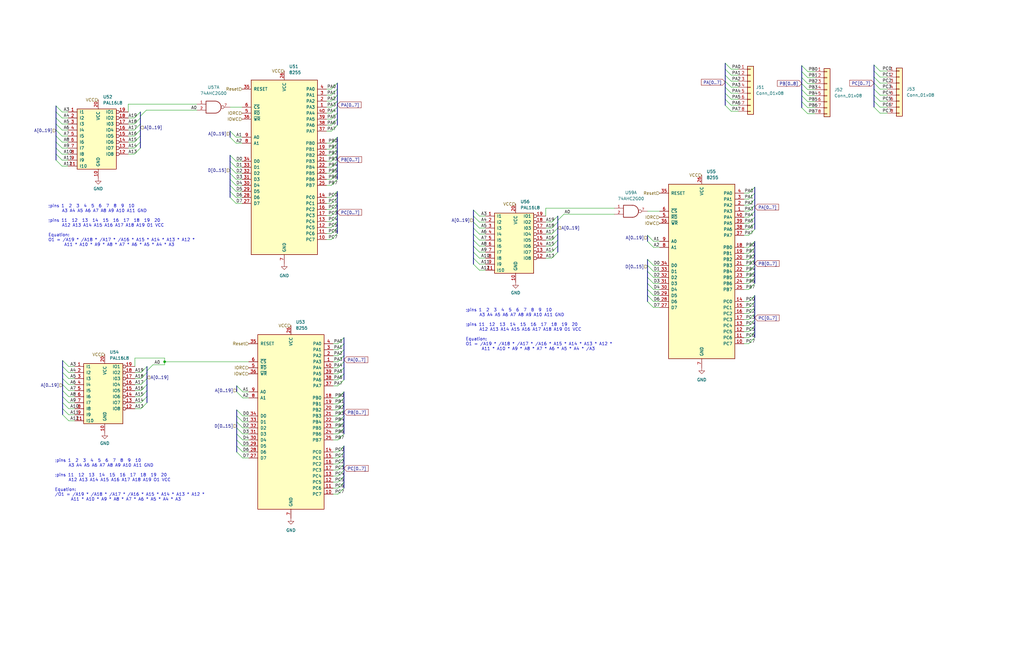
<source format=kicad_sch>
(kicad_sch (version 20211123) (generator eeschema)
  (paper "USLedger")
  (lib_symbols
    (symbol "74xGxx:74AHC2G00" (pin_names (offset 1.016))
      (property "Reference" "U" (at -2.54 3.81 0))
      (property "Value" "74AHC2G00" (at 0 -3.81 0))
      (symbol "74AHC2G00_0_1"
        (arc (start 0 -2.54) (mid 2.54 0) (end 0 2.54) (stroke (width 0.254)))
        (polyline (pts (xy 0 -2.54) (xy -3.81 -2.54) (xy -3.81 2.54) (xy 0 2.54)) (stroke (width 0.254)))
        (pin power_in line (at 0 -2.54 270) (length 0) hide (name "GND") (number "4"))
        (pin power_in line (at 0 2.54 90) (length 0) hide (name "VCC") (number "8"))
      )
      (symbol "74AHC2G00_1_1"
        (pin input line (at -7.62 1.27 0) (length 3.81) (name "~") (number "1"))
        (pin input line (at -7.62 -1.27 0) (length 3.81) (name "~") (number "2"))
        (pin output inverted (at 6.35 0 180) (length 3.81) (name "~") (number "7"))
      )
      (symbol "74AHC2G00_2_1"
        (pin output inverted (at 6.35 0 180) (length 3.81) (name "~") (number "3"))
        (pin input line (at -7.62 1.27 0) (length 3.81) (name "~") (number "5"))
        (pin input line (at -7.62 -1.27 0) (length 3.81) (name "~") (number "6"))
      )
    )
    (symbol "Connector_Generic:Conn_01x08" (pin_names (offset 1.016) hide)
      (property "Reference" "J" (at 0 10.16 0))
      (property "Value" "Conn_01x08" (at 0 -12.7 0))
      (symbol "Conn_01x08_1_1"
        (rectangle (start -1.27 -10.033) (end 0 -10.287) (stroke (width 0.1524)))
        (rectangle (start -1.27 -7.493) (end 0 -7.747) (stroke (width 0.1524)))
        (rectangle (start -1.27 -4.953) (end 0 -5.207) (stroke (width 0.1524)))
        (rectangle (start -1.27 -2.413) (end 0 -2.667) (stroke (width 0.1524)))
        (rectangle (start -1.27 0.127) (end 0 -0.127) (stroke (width 0.1524)))
        (rectangle (start -1.27 2.667) (end 0 2.413) (stroke (width 0.1524)))
        (rectangle (start -1.27 5.207) (end 0 4.953) (stroke (width 0.1524)))
        (rectangle (start -1.27 7.747) (end 0 7.493) (stroke (width 0.1524)))
        (rectangle (start -1.27 8.89) (end 1.27 -11.43) (stroke (width 0.254)) (fill (type background)))
        (pin passive line (at -5.08 7.62 0) (length 3.81) (name "Pin_1") (number "1"))
        (pin passive line (at -5.08 5.08 0) (length 3.81) (name "Pin_2") (number "2"))
        (pin passive line (at -5.08 2.54 0) (length 3.81) (name "Pin_3") (number "3"))
        (pin passive line (at -5.08 0 0) (length 3.81) (name "Pin_4") (number "4"))
        (pin passive line (at -5.08 -2.54 0) (length 3.81) (name "Pin_5") (number "5"))
        (pin passive line (at -5.08 -5.08 0) (length 3.81) (name "Pin_6") (number "6"))
        (pin passive line (at -5.08 -7.62 0) (length 3.81) (name "Pin_7") (number "7"))
        (pin passive line (at -5.08 -10.16 0) (length 3.81) (name "Pin_8") (number "8"))
      )
    )
    (symbol "Interface:8255" (pin_names (offset 1.016))
      (property "Reference" "U" (at -13.97 38.1 0))
      (property "Value" "8255" (at 8.89 38.1 0))
      (symbol "8255_1_1"
        (rectangle (start -13.97 -36.83) (end 13.97 36.83) (stroke (width 0.254)) (fill (type background)))
        (pin bidirectional line (at 17.78 25.4 180) (length 3.81) (name "PA3") (number "1"))
        (pin bidirectional line (at 17.78 -30.48 180) (length 3.81) (name "PC7") (number "10"))
        (pin bidirectional line (at 17.78 -27.94 180) (length 3.81) (name "PC6") (number "11"))
        (pin bidirectional line (at 17.78 -25.4 180) (length 3.81) (name "PC5") (number "12"))
        (pin bidirectional line (at 17.78 -22.86 180) (length 3.81) (name "PC4") (number "13"))
        (pin bidirectional line (at 17.78 -12.7 180) (length 3.81) (name "PC0") (number "14"))
        (pin bidirectional line (at 17.78 -15.24 180) (length 3.81) (name "PC1") (number "15"))
        (pin bidirectional line (at 17.78 -17.78 180) (length 3.81) (name "PC2") (number "16"))
        (pin bidirectional line (at 17.78 -20.32 180) (length 3.81) (name "PC3") (number "17"))
        (pin bidirectional line (at 17.78 10.16 180) (length 3.81) (name "PB0") (number "18"))
        (pin bidirectional line (at 17.78 7.62 180) (length 3.81) (name "PB1") (number "19"))
        (pin bidirectional line (at 17.78 27.94 180) (length 3.81) (name "PA2") (number "2"))
        (pin bidirectional line (at 17.78 5.08 180) (length 3.81) (name "PB2") (number "20"))
        (pin bidirectional line (at 17.78 2.54 180) (length 3.81) (name "PB3") (number "21"))
        (pin bidirectional line (at 17.78 0 180) (length 3.81) (name "PB4") (number "22"))
        (pin bidirectional line (at 17.78 -2.54 180) (length 3.81) (name "PB5") (number "23"))
        (pin bidirectional line (at 17.78 -5.08 180) (length 3.81) (name "PB6") (number "24"))
        (pin bidirectional line (at 17.78 -7.62 180) (length 3.81) (name "PB7") (number "25"))
        (pin power_in line (at 0 40.64 270) (length 3.81) (name "VCC") (number "26"))
        (pin bidirectional line (at -17.78 -15.24 0) (length 3.81) (name "D7") (number "27"))
        (pin bidirectional line (at -17.78 -12.7 0) (length 3.81) (name "D6") (number "28"))
        (pin bidirectional line (at -17.78 -10.16 0) (length 3.81) (name "D5") (number "29"))
        (pin bidirectional line (at 17.78 30.48 180) (length 3.81) (name "PA1") (number "3"))
        (pin bidirectional line (at -17.78 -7.62 0) (length 3.81) (name "D4") (number "30"))
        (pin bidirectional line (at -17.78 -5.08 0) (length 3.81) (name "D3") (number "31"))
        (pin bidirectional line (at -17.78 -2.54 0) (length 3.81) (name "D2") (number "32"))
        (pin bidirectional line (at -17.78 0 0) (length 3.81) (name "D1") (number "33"))
        (pin bidirectional line (at -17.78 2.54 0) (length 3.81) (name "D0") (number "34"))
        (pin input line (at -17.78 33.02 0) (length 3.81) (name "RESET") (number "35"))
        (pin input line (at -17.78 20.32 0) (length 3.81) (name "~{WR}") (number "36"))
        (pin bidirectional line (at 17.78 15.24 180) (length 3.81) (name "PA7") (number "37"))
        (pin bidirectional line (at 17.78 17.78 180) (length 3.81) (name "PA6") (number "38"))
        (pin bidirectional line (at 17.78 20.32 180) (length 3.81) (name "PA5") (number "39"))
        (pin bidirectional line (at 17.78 33.02 180) (length 3.81) (name "PA0") (number "4"))
        (pin bidirectional line (at 17.78 22.86 180) (length 3.81) (name "PA4") (number "40"))
        (pin input line (at -17.78 22.86 0) (length 3.81) (name "~{RD}") (number "5"))
        (pin input line (at -17.78 25.4 0) (length 3.81) (name "~{CS}") (number "6"))
        (pin power_in line (at 0 -40.64 90) (length 3.81) (name "GND") (number "7"))
        (pin input line (at -17.78 10.16 0) (length 3.81) (name "A1") (number "8"))
        (pin input line (at -17.78 12.7 0) (length 3.81) (name "A0") (number "9"))
      )
    )
    (symbol "Logic_Programmable:PAL16L8" (pin_names (offset 1.016))
      (property "Reference" "U" (at -8.89 16.51 0))
      (property "Value" "PAL16L8" (at 1.27 16.51 0))
      (symbol "PAL16L8_0_0"
        (pin power_in line (at 0 -15.24 90) (length 3.81) (name "GND") (number "10"))
        (pin power_in line (at 0 17.78 270) (length 3.81) (name "VCC") (number "20"))
      )
      (symbol "PAL16L8_0_1"
        (rectangle (start -8.89 13.97) (end 7.62 -11.43) (stroke (width 0.254)) (fill (type background)))
      )
      (symbol "PAL16L8_1_1"
        (pin input line (at -12.7 12.7 0) (length 3.81) (name "I1") (number "1"))
        (pin input line (at -12.7 -10.16 0) (length 3.81) (name "I10") (number "11"))
        (pin tri_state inverted (at 12.7 -5.08 180) (length 5.08) (name "IO8") (number "12"))
        (pin tri_state inverted (at 12.7 -2.54 180) (length 5.08) (name "IO7") (number "13"))
        (pin tri_state inverted (at 12.7 0 180) (length 5.08) (name "IO6") (number "14"))
        (pin tri_state inverted (at 12.7 2.54 180) (length 5.08) (name "IO5") (number "15"))
        (pin tri_state inverted (at 12.7 5.08 180) (length 5.08) (name "IO4") (number "16"))
        (pin tri_state inverted (at 12.7 7.62 180) (length 5.08) (name "I03") (number "17"))
        (pin tri_state inverted (at 12.7 10.16 180) (length 5.08) (name "IO2") (number "18"))
        (pin tri_state inverted (at 12.7 12.7 180) (length 5.08) (name "IO1") (number "19"))
        (pin input line (at -12.7 10.16 0) (length 3.81) (name "I2") (number "2"))
        (pin input line (at -12.7 7.62 0) (length 3.81) (name "I3") (number "3"))
        (pin input line (at -12.7 5.08 0) (length 3.81) (name "I4") (number "4"))
        (pin input line (at -12.7 2.54 0) (length 3.81) (name "I5") (number "5"))
        (pin input line (at -12.7 0 0) (length 3.81) (name "I6") (number "6"))
        (pin input line (at -12.7 -2.54 0) (length 3.81) (name "I7") (number "7"))
        (pin input line (at -12.7 -5.08 0) (length 3.81) (name "I8") (number "8"))
        (pin input line (at -12.7 -7.62 0) (length 3.81) (name "I9") (number "9"))
      )
    )
    (symbol "power:GND" (power) (pin_names (offset 0))
      (property "Value" "GND" (at 0 -3.81 0))
      (symbol "GND_0_1"
        (polyline (pts (xy 0 0) (xy 0 -1.27) (xy 1.27 -1.27) (xy 0 -2.54) (xy -1.27 -1.27) (xy 0 -1.27)))
      )
      (symbol "GND_1_1"
        (pin power_in line (at 0 0 270) (length 0) hide (name "GND") (number "1"))
      )
    )
  )
  (junction (at 69.4116 152.654))
  (bus_entry (at 142.24 85.852) (size -2.54 2.54))
  (bus_entry (at 145.034 180.594) (size -2.54 2.54))
  (bus_entry (at 145.034 195.834) (size -2.54 2.54))
  (bus_entry (at 338.074 40.386) (size 2.54 2.54))
  (bus_entry (at 305.816 39.37) (size 2.54 2.54))
  (bus_entry (at 23.622 54.864) (size 2.54 2.54))
  (bus_entry (at 142.24 90.932) (size -2.54 2.54))
  (bus_entry (at 338.074 35.306) (size 2.54 2.54))
  (bus_entry (at 142.24 35.052) (size -2.54 2.54))
  (bus_entry (at 338.074 42.926) (size 2.54 2.54))
  (bus_entry (at 97.028 73.152) (size 2.54 2.54))
  (bus_entry (at 199.644 93.726) (size 2.54 2.54))
  (bus_entry (at 368.554 32.512) (size 2.54 2.54))
  (bus_entry (at 99.822 175.514) (size 2.54 2.54))
  (bus_entry (at 145.034 167.894) (size -2.54 2.54))
  (bus_entry (at 26.416 167.386) (size 2.54 2.54))
  (bus_entry (at 235.204 98.806) (size -2.54 2.54))
  (bus_entry (at 99.822 178.054) (size 2.54 2.54))
  (bus_entry (at 318.262 104.394) (size -2.54 2.54))
  (bus_entry (at 368.554 35.052) (size 2.54 2.54))
  (bus_entry (at 61.976 162.306) (size -2.54 2.54))
  (bus_entry (at 305.816 29.21) (size 2.54 2.54))
  (bus_entry (at 26.416 169.926) (size 2.54 2.54))
  (bus_entry (at 368.554 27.432) (size 2.54 2.54))
  (bus_entry (at 61.976 167.386) (size -2.54 2.54))
  (bus_entry (at 142.24 62.992) (size -2.54 2.54))
  (bus_entry (at 368.554 40.132) (size 2.54 2.54))
  (bus_entry (at 273.05 99.314) (size 2.54 2.54))
  (bus_entry (at 23.622 67.564) (size 2.54 2.54))
  (bus_entry (at 99.822 180.594) (size 2.54 2.54))
  (bus_entry (at 59.182 57.404) (size -2.54 2.54))
  (bus_entry (at 199.644 96.266) (size 2.54 2.54))
  (bus_entry (at 273.05 122.174) (size 2.54 2.54))
  (bus_entry (at 145.034 142.494) (size -2.54 2.54))
  (bus_entry (at 235.204 96.266) (size -2.54 2.54))
  (bus_entry (at 338.074 37.846) (size 2.54 2.54))
  (bus_entry (at 99.822 188.214) (size 2.54 2.54))
  (bus_entry (at 318.262 117.094) (size -2.54 2.54))
  (bus_entry (at 23.622 57.404) (size 2.54 2.54))
  (bus_entry (at 142.24 83.312) (size -2.54 2.54))
  (bus_entry (at 142.24 50.292) (size -2.54 2.54))
  (bus_entry (at 199.644 108.966) (size 2.54 2.54))
  (bus_entry (at 26.416 164.846) (size 2.54 2.54))
  (bus_entry (at 142.24 52.832) (size -2.54 2.54))
  (bus_entry (at 97.028 75.692) (size 2.54 2.54))
  (bus_entry (at 305.816 31.75) (size 2.54 2.54))
  (bus_entry (at 318.262 101.854) (size -2.54 2.54))
  (bus_entry (at 199.644 91.186) (size 2.54 2.54))
  (bus_entry (at 59.182 62.484) (size -2.54 2.54))
  (bus_entry (at 305.816 26.67) (size 2.54 2.54))
  (bus_entry (at 145.034 150.114) (size -2.54 2.54))
  (bus_entry (at 97.028 65.532) (size 2.54 2.54))
  (bus_entry (at 142.24 93.472) (size -2.54 2.54))
  (bus_entry (at 99.822 190.754) (size 2.54 2.54))
  (bus_entry (at 318.262 142.494) (size -2.54 2.54))
  (bus_entry (at 368.554 37.592) (size 2.54 2.54))
  (bus_entry (at 99.822 183.134) (size 2.54 2.54))
  (bus_entry (at 318.262 96.774) (size -2.54 2.54))
  (bus_entry (at 199.644 101.346) (size 2.54 2.54))
  (bus_entry (at 142.24 98.552) (size -2.54 2.54))
  (bus_entry (at 99.822 162.814) (size 2.54 2.54))
  (bus_entry (at 318.262 114.554) (size -2.54 2.54))
  (bus_entry (at 235.204 91.186) (size -2.54 2.54))
  (bus_entry (at 142.24 75.692) (size -2.54 2.54))
  (bus_entry (at 142.24 73.152) (size -2.54 2.54))
  (bus_entry (at 142.24 60.452) (size -2.54 2.54))
  (bus_entry (at 318.262 137.414) (size -2.54 2.54))
  (bus_entry (at 142.24 88.392) (size -2.54 2.54))
  (bus_entry (at 318.262 119.634) (size -2.54 2.54))
  (bus_entry (at 318.262 139.954) (size -2.54 2.54))
  (bus_entry (at 273.05 112.014) (size 2.54 2.54))
  (bus_entry (at 368.554 45.212) (size 2.54 2.54))
  (bus_entry (at 318.262 84.074) (size -2.54 2.54))
  (bus_entry (at 145.034 205.994) (size -2.54 2.54))
  (bus_entry (at 338.074 30.226) (size 2.54 2.54))
  (bus_entry (at 235.204 93.726) (size -2.54 2.54))
  (bus_entry (at 26.416 162.306) (size 2.54 2.54))
  (bus_entry (at 318.262 124.714) (size -2.54 2.54))
  (bus_entry (at 145.034 165.354) (size -2.54 2.54))
  (bus_entry (at 26.416 172.466) (size 2.54 2.54))
  (bus_entry (at 273.05 119.634) (size 2.54 2.54))
  (bus_entry (at 142.24 40.132) (size -2.54 2.54))
  (bus_entry (at 145.034 172.974) (size -2.54 2.54))
  (bus_entry (at 142.24 80.772) (size -2.54 2.54))
  (bus_entry (at 305.816 34.29) (size 2.54 2.54))
  (bus_entry (at 26.416 154.686) (size 2.54 2.54))
  (bus_entry (at 59.182 47.244) (size -2.54 2.54))
  (bus_entry (at 59.182 49.784) (size -2.54 2.54))
  (bus_entry (at 59.182 52.324) (size -2.54 2.54))
  (bus_entry (at 338.074 32.766) (size 2.54 2.54))
  (bus_entry (at 23.622 52.324) (size 2.54 2.54))
  (bus_entry (at 97.028 55.372) (size 2.54 2.54))
  (bus_entry (at 97.028 57.912) (size 2.54 2.54))
  (bus_entry (at 145.034 203.454) (size -2.54 2.54))
  (bus_entry (at 23.622 59.944) (size 2.54 2.54))
  (bus_entry (at 97.028 80.772) (size 2.54 2.54))
  (bus_entry (at 199.644 106.426) (size 2.54 2.54))
  (bus_entry (at 145.034 183.134) (size -2.54 2.54))
  (bus_entry (at 145.034 198.374) (size -2.54 2.54))
  (bus_entry (at 59.182 59.944) (size -2.54 2.54))
  (bus_entry (at 318.262 132.334) (size -2.54 2.54))
  (bus_entry (at 145.034 152.654) (size -2.54 2.54))
  (bus_entry (at 318.262 127.254) (size -2.54 2.54))
  (bus_entry (at 273.05 114.554) (size 2.54 2.54))
  (bus_entry (at 318.262 94.234) (size -2.54 2.54))
  (bus_entry (at 305.816 44.45) (size 2.54 2.54))
  (bus_entry (at 145.034 155.194) (size -2.54 2.54))
  (bus_entry (at 318.262 129.794) (size -2.54 2.54))
  (bus_entry (at 235.204 106.426) (size -2.54 2.54))
  (bus_entry (at 97.028 68.072) (size 2.54 2.54))
  (bus_entry (at 145.034 178.054) (size -2.54 2.54))
  (bus_entry (at 199.644 111.506) (size 2.54 2.54))
  (bus_entry (at 59.182 54.864) (size -2.54 2.54))
  (bus_entry (at 305.816 41.91) (size 2.54 2.54))
  (bus_entry (at 318.262 91.694) (size -2.54 2.54))
  (bus_entry (at 368.554 29.972) (size 2.54 2.54))
  (bus_entry (at 273.05 117.094) (size 2.54 2.54))
  (bus_entry (at 61.976 164.846) (size -2.54 2.54))
  (bus_entry (at 26.416 157.226) (size 2.54 2.54))
  (bus_entry (at 26.416 175.006) (size 2.54 2.54))
  (bus_entry (at 318.262 106.934) (size -2.54 2.54))
  (bus_entry (at 145.034 145.034) (size -2.54 2.54))
  (bus_entry (at 338.074 45.466) (size 2.54 2.54))
  (bus_entry (at 97.028 83.312) (size 2.54 2.54))
  (bus_entry (at 142.24 96.012) (size -2.54 2.54))
  (bus_entry (at 318.262 78.994) (size -2.54 2.54))
  (bus_entry (at 145.034 190.754) (size -2.54 2.54))
  (bus_entry (at 318.262 112.014) (size -2.54 2.54))
  (bus_entry (at 368.554 42.672) (size 2.54 2.54))
  (bus_entry (at 199.644 98.806) (size 2.54 2.54))
  (bus_entry (at 318.262 109.474) (size -2.54 2.54))
  (bus_entry (at 318.262 81.534) (size -2.54 2.54))
  (bus_entry (at 61.976 154.686) (size -2.54 2.54))
  (bus_entry (at 97.028 78.232) (size 2.54 2.54))
  (bus_entry (at 235.204 101.346) (size -2.54 2.54))
  (bus_entry (at 23.622 65.024) (size 2.54 2.54))
  (bus_entry (at 273.05 124.714) (size 2.54 2.54))
  (bus_entry (at 142.24 47.752) (size -2.54 2.54))
  (bus_entry (at 273.05 127.254) (size 2.54 2.54))
  (bus_entry (at 23.622 49.784) (size 2.54 2.54))
  (bus_entry (at 26.416 152.146) (size 2.54 2.54))
  (bus_entry (at 99.822 165.354) (size 2.54 2.54))
  (bus_entry (at 142.24 45.212) (size -2.54 2.54))
  (bus_entry (at 142.24 68.072) (size -2.54 2.54))
  (bus_entry (at 305.816 36.83) (size 2.54 2.54))
  (bus_entry (at 142.24 70.612) (size -2.54 2.54))
  (bus_entry (at 145.034 157.734) (size -2.54 2.54))
  (bus_entry (at 26.416 159.766) (size 2.54 2.54))
  (bus_entry (at 199.644 103.886) (size 2.54 2.54))
  (bus_entry (at 273.05 101.854) (size 2.54 2.54))
  (bus_entry (at 145.034 147.574) (size -2.54 2.54))
  (bus_entry (at 61.976 157.226) (size -2.54 2.54))
  (bus_entry (at 142.24 37.592) (size -2.54 2.54))
  (bus_entry (at 318.262 134.874) (size -2.54 2.54))
  (bus_entry (at 235.204 103.886) (size -2.54 2.54))
  (bus_entry (at 142.24 57.912) (size -2.54 2.54))
  (bus_entry (at 99.822 172.974) (size 2.54 2.54))
  (bus_entry (at 142.24 65.532) (size -2.54 2.54))
  (bus_entry (at 145.034 193.294) (size -2.54 2.54))
  (bus_entry (at 23.622 62.484) (size 2.54 2.54))
  (bus_entry (at 23.622 44.704) (size 2.54 2.54))
  (bus_entry (at 145.034 160.274) (size -2.54 2.54))
  (bus_entry (at 23.622 47.244) (size 2.54 2.54))
  (bus_entry (at 338.074 27.686) (size 2.54 2.54))
  (bus_entry (at 99.822 185.674) (size 2.54 2.54))
  (bus_entry (at 145.034 188.214) (size -2.54 2.54))
  (bus_entry (at 97.028 70.612) (size 2.54 2.54))
  (bus_entry (at 273.05 109.474) (size 2.54 2.54))
  (bus_entry (at 235.204 92.964) (size 2.54 -2.54))
  (bus_entry (at 61.976 159.766) (size -2.54 2.54))
  (bus_entry (at 145.034 200.914) (size -2.54 2.54))
  (bus_entry (at 61.976 156.464) (size 2.54 -2.54))
  (bus_entry (at 199.644 88.646) (size 2.54 2.54))
  (bus_entry (at 61.976 169.926) (size -2.54 2.54))
  (bus_entry (at 145.034 170.434) (size -2.54 2.54))
  (bus_entry (at 318.262 86.614) (size -2.54 2.54))
  (bus_entry (at 318.262 89.154) (size -2.54 2.54))
  (bus_entry (at 142.24 42.672) (size -2.54 2.54))
  (bus_entry (at 59.182 49.022) (size 2.54 -2.54))
  (bus_entry (at 145.034 175.514) (size -2.54 2.54))
  (wire (pts (xy 137.668 68.072) (xy 139.7 68.072)))
  (bus (pts (xy 368.554 40.132) (xy 368.554 42.672)))
  (wire (pts (xy 340.614 48.006) (xy 343.662 48.006)))
  (bus (pts (xy 318.262 112.014) (xy 318.262 114.554)))
  (bus (pts (xy 145.034 200.914) (xy 145.034 203.454)))
  (wire (pts (xy 137.668 50.292) (xy 139.7 50.292)))
  (wire (pts (xy 137.668 42.672) (xy 139.7 42.672)))
  (wire (pts (xy 140.462 145.034) (xy 142.494 145.034)))
  (wire (pts (xy 54.102 54.864) (xy 56.642 54.864)))
  (bus (pts (xy 145.034 193.294) (xy 145.034 195.834)))
  (wire (pts (xy 340.614 42.926) (xy 343.662 42.926)))
  (wire (pts (xy 137.668 62.992) (xy 139.7 62.992)))
  (bus (pts (xy 142.24 70.612) (xy 142.24 73.152)))
  (bus (pts (xy 273.05 122.174) (xy 273.05 124.714)))
  (bus (pts (xy 273.05 119.634) (xy 273.05 122.174)))
  (wire (pts (xy 230.124 98.806) (xy 232.664 98.806)))
  (wire (pts (xy 313.69 114.554) (xy 315.722 114.554)))
  (wire (pts (xy 102.362 178.054) (xy 104.902 178.054)))
  (bus (pts (xy 142.24 40.132) (xy 142.24 42.672)))
  (bus (pts (xy 338.074 27.686) (xy 338.074 30.226)))
  (wire (pts (xy 102.362 165.354) (xy 104.902 165.354)))
  (bus (pts (xy 235.204 98.806) (xy 235.204 101.346)))
  (bus (pts (xy 142.24 73.152) (xy 142.24 75.692)))
  (wire (pts (xy 64.516 153.924) (xy 69.4116 153.924)))
  (wire (pts (xy 275.59 112.014) (xy 278.13 112.014)))
  (bus (pts (xy 318.262 124.714) (xy 318.262 127.254)))
  (wire (pts (xy 275.59 129.794) (xy 278.13 129.794)))
  (wire (pts (xy 140.462 190.754) (xy 142.494 190.754)))
  (wire (pts (xy 140.462 178.054) (xy 142.494 178.054)))
  (bus (pts (xy 318.262 132.334) (xy 318.262 134.874)))
  (wire (pts (xy 137.668 45.212) (xy 139.7 45.212)))
  (bus (pts (xy 318.262 139.954) (xy 318.262 142.494)))
  (wire (pts (xy 371.094 40.132) (xy 374.142 40.132)))
  (wire (pts (xy 54.102 62.484) (xy 56.642 62.484)))
  (bus (pts (xy 61.976 154.686) (xy 61.976 156.464)))
  (wire (pts (xy 202.184 91.186) (xy 204.724 91.186)))
  (bus (pts (xy 23.622 49.784) (xy 23.622 52.324)))
  (wire (pts (xy 137.668 75.692) (xy 139.7 75.692)))
  (bus (pts (xy 145.034 195.834) (xy 145.034 198.374)))
  (wire (pts (xy 28.956 164.846) (xy 31.496 164.846)))
  (bus (pts (xy 318.262 137.414) (xy 318.262 139.954)))
  (bus (pts (xy 142.24 62.992) (xy 142.24 65.532)))
  (bus (pts (xy 368.554 32.512) (xy 368.554 35.052)))
  (wire (pts (xy 340.614 37.846) (xy 343.662 37.846)))
  (bus (pts (xy 145.034 150.114) (xy 145.034 152.654)))
  (bus (pts (xy 23.622 59.944) (xy 23.622 62.484)))
  (bus (pts (xy 142.24 93.472) (xy 142.24 96.012)))
  (bus (pts (xy 97.028 70.612) (xy 97.028 73.152)))
  (wire (pts (xy 102.362 190.754) (xy 104.902 190.754)))
  (wire (pts (xy 140.462 180.594) (xy 142.494 180.594)))
  (bus (pts (xy 142.24 37.592) (xy 142.24 40.132)))
  (wire (pts (xy 137.668 70.612) (xy 139.7 70.612)))
  (wire (pts (xy 99.568 68.072) (xy 102.108 68.072)))
  (wire (pts (xy 230.124 103.886) (xy 232.664 103.886)))
  (bus (pts (xy 23.622 52.324) (xy 23.622 54.864)))
  (wire (pts (xy 140.462 157.734) (xy 142.494 157.734)))
  (wire (pts (xy 56.896 162.306) (xy 59.436 162.306)))
  (wire (pts (xy 102.362 167.894) (xy 104.902 167.894)))
  (wire (pts (xy 56.896 169.926) (xy 59.436 169.926)))
  (wire (pts (xy 99.568 70.612) (xy 102.108 70.612)))
  (bus (pts (xy 318.262 106.934) (xy 318.262 109.474)))
  (wire (pts (xy 340.614 40.386) (xy 343.662 40.386)))
  (wire (pts (xy 99.568 57.912) (xy 102.108 57.912)))
  (wire (pts (xy 28.956 154.686) (xy 31.496 154.686)))
  (wire (pts (xy 275.59 127.254) (xy 278.13 127.254)))
  (wire (pts (xy 230.124 106.426) (xy 232.664 106.426)))
  (wire (pts (xy 308.356 36.83) (xy 311.404 36.83)))
  (bus (pts (xy 338.074 35.306) (xy 338.074 37.846)))
  (bus (pts (xy 338.074 42.926) (xy 338.074 45.466)))
  (wire (pts (xy 137.668 60.452) (xy 139.7 60.452)))
  (wire (pts (xy 26.162 67.564) (xy 28.702 67.564)))
  (bus (pts (xy 145.034 142.494) (xy 145.034 145.034)))
  (wire (pts (xy 97.028 45.212) (xy 102.108 45.212)))
  (wire (pts (xy 230.124 93.726) (xy 232.664 93.726)))
  (wire (pts (xy 28.956 175.006) (xy 31.496 175.006)))
  (bus (pts (xy 305.816 39.37) (xy 305.816 41.91)))
  (wire (pts (xy 313.69 127.254) (xy 315.722 127.254)))
  (wire (pts (xy 275.59 101.854) (xy 278.13 101.854)))
  (bus (pts (xy 318.262 109.474) (xy 318.262 112.014)))
  (wire (pts (xy 371.094 42.672) (xy 374.142 42.672)))
  (wire (pts (xy 26.162 49.784) (xy 28.702 49.784)))
  (wire (pts (xy 313.69 112.014) (xy 315.722 112.014)))
  (wire (pts (xy 371.094 47.752) (xy 374.142 47.752)))
  (bus (pts (xy 199.644 91.186) (xy 199.644 93.726)))
  (bus (pts (xy 99.822 185.674) (xy 99.822 188.214)))
  (bus (pts (xy 199.644 88.646) (xy 199.644 91.186)))
  (bus (pts (xy 145.034 203.454) (xy 145.034 205.994)))
  (bus (pts (xy 273.05 124.714) (xy 273.05 127.254)))
  (wire (pts (xy 340.614 32.766) (xy 343.662 32.766)))
  (bus (pts (xy 142.24 85.852) (xy 142.24 88.392)))
  (wire (pts (xy 313.69 139.954) (xy 315.722 139.954)))
  (wire (pts (xy 308.356 41.91) (xy 311.404 41.91)))
  (wire (pts (xy 275.59 124.714) (xy 278.13 124.714)))
  (bus (pts (xy 318.262 127.254) (xy 318.262 129.794)))
  (wire (pts (xy 28.956 167.386) (xy 31.496 167.386)))
  (wire (pts (xy 140.462 152.654) (xy 142.494 152.654)))
  (wire (pts (xy 371.094 29.972) (xy 374.142 29.972)))
  (bus (pts (xy 142.24 90.932) (xy 142.24 93.472)))
  (bus (pts (xy 368.554 27.432) (xy 368.554 29.972)))
  (wire (pts (xy 69.4116 151.13) (xy 69.4116 152.654)))
  (wire (pts (xy 140.462 167.894) (xy 142.494 167.894)))
  (bus (pts (xy 368.554 37.592) (xy 368.554 40.132)))
  (wire (pts (xy 26.162 59.944) (xy 28.702 59.944)))
  (wire (pts (xy 69.4116 153.924) (xy 69.4116 152.654)))
  (bus (pts (xy 142.24 88.392) (xy 142.24 90.932)))
  (bus (pts (xy 145.034 178.054) (xy 145.034 180.594)))
  (bus (pts (xy 59.182 49.022) (xy 59.182 49.784)))
  (wire (pts (xy 202.184 114.046) (xy 204.724 114.046)))
  (bus (pts (xy 142.24 50.292) (xy 142.24 52.832)))
  (wire (pts (xy 54.102 65.024) (xy 56.642 65.024)))
  (wire (pts (xy 56.896 167.386) (xy 59.436 167.386)))
  (wire (pts (xy 137.668 52.832) (xy 139.7 52.832)))
  (bus (pts (xy 99.822 188.214) (xy 99.822 190.754)))
  (wire (pts (xy 56.896 164.846) (xy 59.436 164.846)))
  (wire (pts (xy 56.896 172.466) (xy 59.436 172.466)))
  (bus (pts (xy 145.034 170.434) (xy 145.034 172.974)))
  (wire (pts (xy 56.896 157.226) (xy 59.436 157.226)))
  (bus (pts (xy 99.822 162.814) (xy 99.822 165.354)))
  (bus (pts (xy 199.644 106.426) (xy 199.644 108.966)))
  (bus (pts (xy 338.074 37.846) (xy 338.074 40.386)))
  (bus (pts (xy 273.05 109.474) (xy 273.05 112.014)))
  (wire (pts (xy 99.568 60.452) (xy 102.108 60.452)))
  (wire (pts (xy 137.668 73.152) (xy 139.7 73.152)))
  (wire (pts (xy 340.614 30.226) (xy 343.662 30.226)))
  (bus (pts (xy 59.182 54.864) (xy 59.182 57.404)))
  (bus (pts (xy 235.204 92.964) (xy 235.204 93.726)))
  (wire (pts (xy 140.462 147.574) (xy 142.494 147.574)))
  (wire (pts (xy 137.668 98.552) (xy 139.7 98.552)))
  (wire (pts (xy 202.184 111.506) (xy 204.724 111.506)))
  (wire (pts (xy 26.162 57.404) (xy 28.702 57.404)))
  (bus (pts (xy 59.182 52.324) (xy 59.182 54.864)))
  (bus (pts (xy 26.416 162.306) (xy 26.416 164.846)))
  (wire (pts (xy 140.462 195.834) (xy 142.494 195.834)))
  (wire (pts (xy 26.162 52.324) (xy 28.702 52.324)))
  (bus (pts (xy 99.822 178.054) (xy 99.822 180.594)))
  (bus (pts (xy 59.182 57.404) (xy 59.182 59.944)))
  (wire (pts (xy 313.69 96.774) (xy 315.722 96.774)))
  (bus (pts (xy 235.204 91.186) (xy 235.204 92.964)))
  (wire (pts (xy 230.124 96.266) (xy 232.664 96.266)))
  (bus (pts (xy 145.034 190.754) (xy 145.034 193.294)))
  (wire (pts (xy 275.59 104.394) (xy 278.13 104.394)))
  (bus (pts (xy 59.182 47.244) (xy 59.182 49.022)))
  (bus (pts (xy 97.028 65.532) (xy 97.028 68.072)))
  (bus (pts (xy 142.24 57.912) (xy 142.24 60.452)))
  (wire (pts (xy 137.668 83.312) (xy 139.7 83.312)))
  (bus (pts (xy 145.034 147.574) (xy 145.034 150.114)))
  (bus (pts (xy 145.034 188.214) (xy 145.034 190.754)))
  (wire (pts (xy 137.668 78.232) (xy 139.7 78.232)))
  (wire (pts (xy 102.362 180.594) (xy 104.902 180.594)))
  (wire (pts (xy 28.956 172.466) (xy 31.496 172.466)))
  (bus (pts (xy 273.05 114.554) (xy 273.05 117.094)))
  (bus (pts (xy 145.034 167.894) (xy 145.034 170.434)))
  (wire (pts (xy 137.668 37.592) (xy 139.7 37.592)))
  (wire (pts (xy 102.362 185.674) (xy 104.902 185.674)))
  (bus (pts (xy 199.644 98.806) (xy 199.644 101.346)))
  (wire (pts (xy 140.462 183.134) (xy 142.494 183.134)))
  (wire (pts (xy 275.59 114.554) (xy 278.13 114.554)))
  (wire (pts (xy 99.568 80.772) (xy 102.108 80.772)))
  (wire (pts (xy 371.094 35.052) (xy 374.142 35.052)))
  (bus (pts (xy 368.554 35.052) (xy 368.554 37.592)))
  (wire (pts (xy 99.568 83.312) (xy 102.108 83.312)))
  (bus (pts (xy 318.262 104.394) (xy 318.262 106.934)))
  (wire (pts (xy 26.162 54.864) (xy 28.702 54.864)))
  (bus (pts (xy 235.204 93.726) (xy 235.204 96.266)))
  (bus (pts (xy 305.816 26.67) (xy 305.816 29.21)))
  (wire (pts (xy 140.462 200.914) (xy 142.494 200.914)))
  (wire (pts (xy 313.69 91.694) (xy 315.722 91.694)))
  (wire (pts (xy 102.362 193.294) (xy 104.902 193.294)))
  (wire (pts (xy 275.59 117.094) (xy 278.13 117.094)))
  (bus (pts (xy 142.24 35.052) (xy 142.24 37.592)))
  (bus (pts (xy 368.554 42.672) (xy 368.554 45.212)))
  (wire (pts (xy 313.69 99.314) (xy 315.722 99.314)))
  (wire (pts (xy 140.462 205.994) (xy 142.494 205.994)))
  (bus (pts (xy 99.822 172.974) (xy 99.822 175.514)))
  (bus (pts (xy 338.074 30.226) (xy 338.074 32.766)))
  (bus (pts (xy 59.182 49.784) (xy 59.182 52.324)))
  (bus (pts (xy 145.034 155.194) (xy 145.034 157.734)))
  (bus (pts (xy 305.816 34.29) (xy 305.816 36.83)))
  (wire (pts (xy 137.668 55.372) (xy 139.7 55.372)))
  (bus (pts (xy 145.034 145.034) (xy 145.034 147.574)))
  (wire (pts (xy 313.69 142.494) (xy 315.722 142.494)))
  (bus (pts (xy 61.976 156.464) (xy 61.976 157.226)))
  (bus (pts (xy 145.034 165.354) (xy 145.034 167.894)))
  (wire (pts (xy 140.462 150.114) (xy 142.494 150.114)))
  (bus (pts (xy 23.622 44.704) (xy 23.622 47.244)))
  (wire (pts (xy 26.162 62.484) (xy 28.702 62.484)))
  (bus (pts (xy 273.05 99.314) (xy 273.05 101.854)))
  (bus (pts (xy 99.822 183.134) (xy 99.822 185.674)))
  (bus (pts (xy 145.034 180.594) (xy 145.034 183.134)))
  (bus (pts (xy 23.622 54.864) (xy 23.622 57.404)))
  (wire (pts (xy 340.614 45.466) (xy 343.662 45.466)))
  (wire (pts (xy 99.568 85.852) (xy 102.108 85.852)))
  (wire (pts (xy 308.356 39.37) (xy 311.404 39.37)))
  (bus (pts (xy 145.034 198.374) (xy 145.034 200.914)))
  (bus (pts (xy 26.416 167.386) (xy 26.416 169.926)))
  (wire (pts (xy 313.69 81.534) (xy 315.722 81.534)))
  (wire (pts (xy 137.668 65.532) (xy 139.7 65.532)))
  (wire (pts (xy 54.102 57.404) (xy 56.642 57.404)))
  (wire (pts (xy 313.69 89.154) (xy 315.722 89.154)))
  (wire (pts (xy 202.184 106.426) (xy 204.724 106.426)))
  (wire (pts (xy 308.356 44.45) (xy 311.404 44.45)))
  (bus (pts (xy 97.028 80.772) (xy 97.028 83.312)))
  (bus (pts (xy 318.262 89.154) (xy 318.262 91.694)))
  (bus (pts (xy 142.24 80.772) (xy 142.24 83.312)))
  (wire (pts (xy 313.69 119.634) (xy 315.722 119.634)))
  (wire (pts (xy 308.356 31.75) (xy 311.404 31.75)))
  (wire (pts (xy 313.69 122.174) (xy 315.722 122.174)))
  (wire (pts (xy 137.668 93.472) (xy 139.7 93.472)))
  (wire (pts (xy 140.462 172.974) (xy 142.494 172.974)))
  (bus (pts (xy 97.028 78.232) (xy 97.028 80.772)))
  (wire (pts (xy 275.59 119.634) (xy 278.13 119.634)))
  (wire (pts (xy 313.69 132.334) (xy 315.722 132.334)))
  (bus (pts (xy 199.644 108.966) (xy 199.644 111.506)))
  (bus (pts (xy 145.034 152.654) (xy 145.034 155.194)))
  (wire (pts (xy 230.124 108.966) (xy 232.664 108.966)))
  (bus (pts (xy 26.416 172.466) (xy 26.416 175.006)))
  (wire (pts (xy 69.4116 152.654) (xy 104.902 152.654)))
  (wire (pts (xy 313.69 129.794) (xy 315.722 129.794)))
  (wire (pts (xy 54.102 52.324) (xy 56.642 52.324)))
  (wire (pts (xy 54.102 43.942) (xy 83.058 43.942)))
  (wire (pts (xy 313.69 94.234) (xy 315.722 94.234)))
  (wire (pts (xy 273.05 89.154) (xy 278.13 89.154)))
  (bus (pts (xy 97.028 75.692) (xy 97.028 78.232)))
  (wire (pts (xy 137.668 85.852) (xy 139.7 85.852)))
  (bus (pts (xy 142.24 65.532) (xy 142.24 68.072)))
  (wire (pts (xy 137.668 88.392) (xy 139.7 88.392)))
  (bus (pts (xy 305.816 41.91) (xy 305.816 44.45)))
  (bus (pts (xy 23.622 47.244) (xy 23.622 49.784)))
  (wire (pts (xy 56.896 154.686) (xy 56.896 151.13)))
  (bus (pts (xy 199.644 103.886) (xy 199.644 106.426)))
  (wire (pts (xy 140.462 203.454) (xy 142.494 203.454)))
  (wire (pts (xy 140.462 160.274) (xy 142.494 160.274)))
  (bus (pts (xy 61.976 157.226) (xy 61.976 159.766)))
  (wire (pts (xy 140.462 185.674) (xy 142.494 185.674)))
  (wire (pts (xy 137.668 90.932) (xy 139.7 90.932)))
  (wire (pts (xy 140.462 155.194) (xy 142.494 155.194)))
  (wire (pts (xy 54.102 49.784) (xy 56.642 49.784)))
  (wire (pts (xy 56.896 151.13) (xy 69.4116 151.13)))
  (wire (pts (xy 308.356 29.21) (xy 311.404 29.21)))
  (wire (pts (xy 28.956 157.226) (xy 31.496 157.226)))
  (wire (pts (xy 202.184 108.966) (xy 204.724 108.966)))
  (bus (pts (xy 318.262 86.614) (xy 318.262 89.154)))
  (wire (pts (xy 313.69 134.874) (xy 315.722 134.874)))
  (bus (pts (xy 318.262 91.694) (xy 318.262 94.234)))
  (bus (pts (xy 23.622 57.404) (xy 23.622 59.944)))
  (wire (pts (xy 313.69 109.474) (xy 315.722 109.474)))
  (bus (pts (xy 368.554 29.972) (xy 368.554 32.512)))
  (wire (pts (xy 140.462 193.294) (xy 142.494 193.294)))
  (wire (pts (xy 230.124 87.884) (xy 259.08 87.884)))
  (wire (pts (xy 313.69 84.074) (xy 315.722 84.074)))
  (wire (pts (xy 56.896 159.766) (xy 59.436 159.766)))
  (wire (pts (xy 140.462 170.434) (xy 142.494 170.434)))
  (wire (pts (xy 237.744 90.424) (xy 259.08 90.424)))
  (bus (pts (xy 23.622 65.024) (xy 23.622 67.564)))
  (bus (pts (xy 142.24 60.452) (xy 142.24 62.992)))
  (wire (pts (xy 230.124 101.346) (xy 232.664 101.346)))
  (bus (pts (xy 318.262 101.854) (xy 318.262 104.394)))
  (bus (pts (xy 318.262 81.534) (xy 318.262 84.074)))
  (bus (pts (xy 26.416 154.686) (xy 26.416 157.226)))
  (wire (pts (xy 340.614 35.306) (xy 343.662 35.306)))
  (bus (pts (xy 235.204 101.346) (xy 235.204 103.886)))
  (wire (pts (xy 137.668 47.752) (xy 139.7 47.752)))
  (bus (pts (xy 26.416 169.926) (xy 26.416 172.466)))
  (wire (pts (xy 313.69 86.614) (xy 315.722 86.614)))
  (wire (pts (xy 202.184 96.266) (xy 204.724 96.266)))
  (bus (pts (xy 305.816 36.83) (xy 305.816 39.37)))
  (bus (pts (xy 26.416 157.226) (xy 26.416 159.766)))
  (bus (pts (xy 145.034 157.734) (xy 145.034 160.274)))
  (wire (pts (xy 140.462 175.514) (xy 142.494 175.514)))
  (bus (pts (xy 99.822 180.594) (xy 99.822 183.134)))
  (wire (pts (xy 308.356 46.99) (xy 311.404 46.99)))
  (bus (pts (xy 99.822 175.514) (xy 99.822 178.054)))
  (wire (pts (xy 102.362 175.514) (xy 104.902 175.514)))
  (bus (pts (xy 97.028 73.152) (xy 97.028 75.692)))
  (bus (pts (xy 97.028 55.372) (xy 97.028 57.912)))
  (bus (pts (xy 61.976 167.386) (xy 61.976 169.926)))
  (bus (pts (xy 142.24 42.672) (xy 142.24 45.212)))
  (wire (pts (xy 313.69 137.414) (xy 315.722 137.414)))
  (wire (pts (xy 102.362 188.214) (xy 104.902 188.214)))
  (bus (pts (xy 142.24 47.752) (xy 142.24 50.292)))
  (wire (pts (xy 28.956 177.546) (xy 31.496 177.546)))
  (wire (pts (xy 308.356 34.29) (xy 311.404 34.29)))
  (bus (pts (xy 199.644 96.266) (xy 199.644 98.806)))
  (wire (pts (xy 26.162 65.024) (xy 28.702 65.024)))
  (wire (pts (xy 313.69 145.034) (xy 315.722 145.034)))
  (bus (pts (xy 26.416 152.146) (xy 26.416 154.686)))
  (wire (pts (xy 99.568 78.232) (xy 102.108 78.232)))
  (wire (pts (xy 99.568 73.152) (xy 102.108 73.152)))
  (bus (pts (xy 61.976 159.766) (xy 61.976 162.306)))
  (bus (pts (xy 61.976 164.846) (xy 61.976 167.386)))
  (wire (pts (xy 26.162 47.244) (xy 28.702 47.244)))
  (bus (pts (xy 26.416 159.766) (xy 26.416 162.306)))
  (wire (pts (xy 28.956 159.766) (xy 31.496 159.766)))
  (bus (pts (xy 318.262 94.234) (xy 318.262 96.774)))
  (bus (pts (xy 318.262 114.554) (xy 318.262 117.094)))
  (bus (pts (xy 305.816 29.21) (xy 305.816 31.75)))
  (bus (pts (xy 273.05 112.014) (xy 273.05 114.554)))
  (wire (pts (xy 371.094 45.212) (xy 374.142 45.212)))
  (wire (pts (xy 137.668 40.132) (xy 139.7 40.132)))
  (wire (pts (xy 28.956 169.926) (xy 31.496 169.926)))
  (wire (pts (xy 230.124 91.186) (xy 230.124 87.884)))
  (wire (pts (xy 202.184 101.346) (xy 204.724 101.346)))
  (bus (pts (xy 235.204 96.266) (xy 235.204 98.806)))
  (wire (pts (xy 26.162 70.104) (xy 28.702 70.104)))
  (bus (pts (xy 145.034 175.514) (xy 145.034 178.054)))
  (bus (pts (xy 338.074 32.766) (xy 338.074 35.306)))
  (bus (pts (xy 61.976 162.306) (xy 61.976 164.846)))
  (bus (pts (xy 318.262 129.794) (xy 318.262 132.334)))
  (wire (pts (xy 371.094 32.512) (xy 374.142 32.512)))
  (bus (pts (xy 318.262 134.874) (xy 318.262 137.414)))
  (bus (pts (xy 338.074 40.386) (xy 338.074 42.926)))
  (bus (pts (xy 142.24 45.212) (xy 142.24 47.752)))
  (bus (pts (xy 318.262 78.994) (xy 318.262 81.534)))
  (wire (pts (xy 140.462 208.534) (xy 142.494 208.534)))
  (bus (pts (xy 273.05 117.094) (xy 273.05 119.634)))
  (wire (pts (xy 202.184 103.886) (xy 204.724 103.886)))
  (wire (pts (xy 371.094 37.592) (xy 374.142 37.592)))
  (bus (pts (xy 199.644 93.726) (xy 199.644 96.266)))
  (wire (pts (xy 102.362 183.134) (xy 104.902 183.134)))
  (wire (pts (xy 313.69 117.094) (xy 315.722 117.094)))
  (bus (pts (xy 199.644 101.346) (xy 199.644 103.886)))
  (bus (pts (xy 235.204 103.886) (xy 235.204 106.426)))
  (wire (pts (xy 140.462 162.814) (xy 142.494 162.814)))
  (wire (pts (xy 99.568 75.692) (xy 102.108 75.692)))
  (wire (pts (xy 61.722 46.482) (xy 83.058 46.482)))
  (bus (pts (xy 318.262 84.074) (xy 318.262 86.614)))
  (bus (pts (xy 145.034 172.974) (xy 145.034 175.514)))
  (bus (pts (xy 318.262 117.094) (xy 318.262 119.634)))
  (bus (pts (xy 142.24 96.012) (xy 142.24 98.552)))
  (wire (pts (xy 202.184 98.806) (xy 204.724 98.806)))
  (wire (pts (xy 54.102 47.244) (xy 54.102 43.942)))
  (wire (pts (xy 202.184 93.726) (xy 204.724 93.726)))
  (bus (pts (xy 59.182 59.944) (xy 59.182 62.484)))
  (wire (pts (xy 137.668 101.092) (xy 139.7 101.092)))
  (wire (pts (xy 140.462 198.374) (xy 142.494 198.374)))
  (wire (pts (xy 313.69 106.934) (xy 315.722 106.934)))
  (bus (pts (xy 142.24 83.312) (xy 142.24 85.852)))
  (bus (pts (xy 26.416 164.846) (xy 26.416 167.386)))
  (wire (pts (xy 313.69 104.394) (xy 315.722 104.394)))
  (wire (pts (xy 54.102 59.944) (xy 56.642 59.944)))
  (bus (pts (xy 97.028 68.072) (xy 97.028 70.612)))
  (bus (pts (xy 305.816 31.75) (xy 305.816 34.29)))
  (bus (pts (xy 23.622 62.484) (xy 23.622 65.024)))
  (wire (pts (xy 137.668 96.012) (xy 139.7 96.012)))
  (bus (pts (xy 142.24 68.072) (xy 142.24 70.612)))
  (wire (pts (xy 28.956 162.306) (xy 31.496 162.306)))
  (wire (pts (xy 275.59 122.174) (xy 278.13 122.174)))
  (text ";pins 1  2  3  4  5  6  7  8  9  10\n	 A3 A4 A5 A6 A7 A8 A9 A10 A11 GND\n\n;pins 11  12  13  14  15  16  17  18  19  20\n	 A12 A13 A14 A15 A16 A17 A18 A19 O1 VCC \n\nEquation:\nO1 = /A19 * /A18 * /A17 * /A16 * A15 * A14 * A13 * A12 *\n	  A11 * A10 * A9 * A8 * A7 * A6 * A5 * A4 * A3" (at 20.32 104.14 0) (effects (font (size 1.27 1.27)) (justify left bottom)))
  (text ";pins 1  2  3  4  5  6  7  8  9  10\n	 A3 A4 A5 A6 A7 A8 A9 A10 A11 GND\n\n;pins 11  12  13  14  15  16  17  18  19  20\n	 A12 A13 A14 A15 A16 A17 A18 A19 O1 VCC \n\nEquation:\n/O1 = /A19 * /A18 * /A17 * /A16 * A15 * A14 * A13 * A12 *\n	  A11 * A10 * A9 * A8 * A7 * A6 * A5 * A4 * A3" (at 23.114 211.582 0) (effects (font (size 1.27 1.27)) (justify left bottom)))
  (text ";pins 1  2  3  4  5  6  7  8  9  10\n	 A3 A4 A5 A6 A7 A8 A9 A10 A11 GND\n\n;pins 11  12  13  14  15  16  17  18  19  20\n	 A12 A13 A14 A15 A16 A17 A18 A19 O1 VCC \n\nEquation:\nO1 = /A19 * /A18 * /A17 * /A16 * A15 * A14 * A13 * A12 *\n	  A11 * A10 * A9 * A8 * A7 * A6 * A5 * A4 * /A3" (at 196.342 148.082 0) (effects (font (size 1.27 1.27)) (justify left bottom)))
  (label "PB7" (at 314.452 122.174 0))
  (label "PA1" (at 308.61 31.75 0))
  (label "PC5" (at 372.047 42.672 0))
  (label "PC4" (at 314.452 137.414 0))
  (label "PB3" (at 314.452 112.014 0))
  (label "D4" (at 102.362 185.674 0))
  (label "PB0" (at 138.43 60.452 0))
  (label "PC2" (at 372.047 35.052 0))
  (label "A18" (at 56.896 159.766 0))
  (label "A8" (at 29.591 167.386 0))
  (label "A11" (at 26.797 67.564 0))
  (label "A17" (at 56.896 162.306 0))
  (label "PA7" (at 137.922 55.372 0))
  (label "D5" (at 275.59 124.714 0))
  (label "PB1" (at 138.43 62.992 0))
  (label "PC2" (at 138.43 88.392 0))
  (label "PA3" (at 313.944 89.154 0))
  (label "PC6" (at 138.43 98.552 0))
  (label "A6" (at 202.819 98.806 0))
  (label "D0" (at 102.362 175.514 0))
  (label "A14" (at 54.102 62.484 0))
  (label "PC6" (at 372.047 45.212 0))
  (label "PC3" (at 372.047 37.592 0))
  (label "PC3" (at 138.43 90.932 0))
  (label "PB4" (at 314.452 114.554 0))
  (label "PB4" (at 340.9095 40.386 0))
  (label "PC1" (at 138.43 85.852 0))
  (label "D6" (at 99.568 83.312 0))
  (label "D3" (at 102.362 183.134 0))
  (label "D3" (at 99.568 75.692 0))
  (label "PA3" (at 140.716 152.654 0))
  (label "PC4" (at 141.224 200.914 0))
  (label "A3" (at 26.797 47.244 0))
  (label "A10" (at 26.797 65.024 0))
  (label "PC7" (at 138.43 101.092 0))
  (label "A17" (at 54.102 54.864 0))
  (label "PA2" (at 137.922 42.672 0))
  (label "PA0" (at 137.922 37.592 0))
  (label "PA4" (at 308.61 39.37 0))
  (label "A4" (at 29.591 157.226 0))
  (label "PC6" (at 314.452 142.494 0))
  (label "PB0" (at 141.224 167.894 0))
  (label "A7" (at 202.819 101.346 0))
  (label "A8" (at 26.797 59.944 0))
  (label "PA7" (at 313.944 99.314 0))
  (label "A16" (at 54.102 57.404 0))
  (label "PC0" (at 372.047 29.972 0))
  (label "PB3" (at 138.43 68.072 0))
  (label "PA5" (at 313.944 94.234 0))
  (label "PB6" (at 340.9095 45.466 0))
  (label "D6" (at 275.59 127.254 0))
  (label "A12" (at 26.797 70.104 0))
  (label "PA6" (at 313.944 96.774 0))
  (label "A7" (at 26.797 57.404 0))
  (label "PC5" (at 138.43 96.012 0))
  (label "A13" (at 56.896 172.466 0))
  (label "PA3" (at 308.61 36.83 0))
  (label "D6" (at 102.362 190.754 0))
  (label "PB5" (at 141.224 180.594 0))
  (label "A11" (at 202.819 111.506 0))
  (label "PA3" (at 137.922 45.212 0))
  (label "PC1" (at 141.224 193.294 0))
  (label "PB0" (at 340.9095 30.226 0))
  (label "A8" (at 202.819 103.886 0))
  (label "A13" (at 54.102 65.024 0))
  (label "PB7" (at 138.43 78.232 0))
  (label "PC7" (at 314.452 145.034 0))
  (label "D5" (at 102.362 188.214 0))
  (label "A1" (at 99.568 57.912 0))
  (label "PB2" (at 340.9095 35.306 0))
  (label "A15" (at 54.102 59.944 0))
  (label "PA4" (at 140.716 155.194 0))
  (label "D7" (at 275.59 129.794 0))
  (label "PC6" (at 141.224 205.994 0))
  (label "A2" (at 99.568 60.452 0))
  (label "A2" (at 102.362 167.894 0))
  (label "PB4" (at 138.43 70.612 0))
  (label "PB1" (at 340.9095 32.766 0))
  (label "PC0" (at 138.43 83.312 0))
  (label "D0" (at 275.59 112.014 0))
  (label "PB7" (at 141.224 185.674 0))
  (label "PA5" (at 137.922 50.292 0))
  (label "D7" (at 99.568 85.852 0))
  (label "A18" (at 54.102 52.324 0))
  (label "A4" (at 202.819 93.726 0))
  (label "D1" (at 102.362 178.054 0))
  (label "A19" (at 54.102 49.784 0))
  (label "A13" (at 230.124 108.966 0))
  (label "D2" (at 99.568 73.152 0))
  (label "PB4" (at 141.224 178.054 0))
  (label "A6" (at 29.591 162.306 0))
  (label "PC5" (at 141.224 203.454 0))
  (label "PA6" (at 137.922 52.832 0))
  (label "PC0" (at 314.452 127.254 0))
  (label "PB3" (at 340.9095 37.846 0))
  (label "A16" (at 56.896 164.846 0))
  (label "PB2" (at 138.43 65.532 0))
  (label "PA1" (at 140.716 147.574 0))
  (label "PB5" (at 340.9095 42.926 0))
  (label "D4" (at 275.59 122.174 0))
  (label "A18" (at 230.124 96.266 0))
  (label "A19" (at 230.124 93.726 0))
  (label "PC4" (at 138.43 93.472 0))
  (label "A12" (at 29.591 177.546 0))
  (label "D7" (at 102.362 193.294 0))
  (label "PA4" (at 313.944 91.694 0))
  (label "A3" (at 202.819 91.186 0))
  (label "PC3" (at 141.224 198.374 0))
  (label "PB5" (at 138.43 73.152 0))
  (label "A9" (at 26.797 62.484 0))
  (label "PB0" (at 314.452 104.394 0))
  (label "PA0" (at 313.944 81.534 0))
  (label "PC7" (at 372.047 47.752 0))
  (label "PB5" (at 314.452 117.094 0))
  (label "PC2" (at 314.452 132.334 0))
  (label "PC5" (at 314.452 139.954 0))
  (label "A16" (at 230.124 101.346 0))
  (label "PB1" (at 314.452 106.934 0))
  (label "PA1" (at 137.922 40.132 0))
  (label "A14" (at 56.896 169.926 0))
  (label "PA2" (at 140.716 150.114 0))
  (label "D2" (at 102.362 180.594 0))
  (label "A1" (at 275.59 101.854 0))
  (label "D2" (at 275.59 117.094 0))
  (label "PB2" (at 314.452 109.474 0))
  (label "A10" (at 29.591 172.466 0))
  (label "PB2" (at 141.224 172.974 0))
  (label "PC0" (at 141.224 190.754 0))
  (label "PA6" (at 140.716 160.274 0))
  (label "A9" (at 202.819 106.426 0))
  (label "PA7" (at 140.716 162.814 0))
  (label "D4" (at 99.568 78.232 0))
  (label "D5" (at 99.568 80.772 0))
  (label "PA0" (at 140.716 145.034 0))
  (label "A9" (at 29.591 169.926 0))
  (label "A11" (at 29.591 175.006 0))
  (label "PA4" (at 137.922 47.752 0))
  (label "A19" (at 56.896 157.226 0))
  (label "PB3" (at 141.224 175.514 0))
  (label "PA0" (at 308.61 29.21 0))
  (label "D0" (at 99.568 68.072 0))
  (label "PA1" (at 313.944 84.074 0))
  (label "PC3" (at 314.452 134.874 0))
  (label "D1" (at 99.568 70.612 0))
  (label "A0" (at 237.998 90.424 0))
  (label "PB6" (at 141.224 183.134 0))
  (label "PA2" (at 313.944 86.614 0))
  (label "A1" (at 102.362 165.354 0))
  (label "PB1" (at 141.224 170.434 0))
  (label "A4" (at 26.797 49.784 0))
  (label "A10" (at 202.819 108.966 0))
  (label "A12" (at 202.819 114.046 0))
  (label "A3" (at 29.591 154.686 0))
  (label "PA5" (at 308.61 41.91 0))
  (label "PC4" (at 372.047 40.132 0))
  (label "PA6" (at 308.61 44.45 0))
  (label "PB6" (at 314.452 119.634 0))
  (label "A15" (at 230.124 103.886 0))
  (label "A2" (at 275.59 104.394 0))
  (label "PB7" (at 340.9095 48.006 0))
  (label "PC7" (at 141.224 208.534 0))
  (label "PA5" (at 140.716 157.734 0))
  (label "A7" (at 29.591 164.846 0))
  (label "A6" (at 26.797 54.864 0))
  (label "A5" (at 29.591 159.766 0))
  (label "A5" (at 202.819 96.266 0))
  (label "A17" (at 230.124 98.806 0))
  (label "D3" (at 275.59 119.634 0))
  (label "PB6" (at 138.43 75.692 0))
  (label "PA2" (at 308.61 34.29 0))
  (label "PC1" (at 372.047 32.512 0))
  (label "PA7" (at 308.61 46.99 0))
  (label "PC2" (at 141.224 195.834 0))
  (label "PC1" (at 314.452 129.794 0))
  (label "A5" (at 26.797 52.324 0))
  (label "A14" (at 230.124 106.426 0))
  (label "A0" (at 67.564 153.924 180))
  (label "A0" (at 80.518 46.482 0))
  (label "A15" (at 56.896 167.386 0))
  (label "D1" (at 275.59 114.554 0))
  (global_label "PC[0..7]" (shape input) (at 145.034 197.6603 0) (property "Intersheet References" "${INTERSHEET_REFS}" (effects hide)))
  (global_label "PA[0..7]" (shape input) (at 318.262 87.4191 0) (property "Intersheet References" "${INTERSHEET_REFS}" (effects hide)))
  (global_label "PB[0..8]" (shape input) (at 338.074 35.2045 180) (property "Intersheet References" "${INTERSHEET_REFS}" (effects hide)))
  (global_label "PB[0..7]" (shape input) (at 145.034 173.9661 0) (property "Intersheet References" "${INTERSHEET_REFS}" (effects hide)))
  (global_label "PC[0..7]" (shape input) (at 318.262 134.1448 0) (property "Intersheet References" "${INTERSHEET_REFS}" (effects hide)))
  (global_label "PA[0..7]" (shape input) (at 305.816 34.7083 180) (property "Intersheet References" "${INTERSHEET_REFS}" (effects hide)))
  (global_label "PC[0..7]" (shape input) (at 368.554 35.0805 180) (property "Intersheet References" "${INTERSHEET_REFS}" (effects hide)))
  (global_label "PC[0..7]" (shape input) (at 142.24 89.6095 0) (property "Intersheet References" "${INTERSHEET_REFS}" (effects hide)))
  (global_label "PB[0..7]" (shape input) (at 318.262 111.1949 0) (property "Intersheet References" "${INTERSHEET_REFS}" (effects hide)))
  (global_label "PA[0..7]" (shape input) (at 142.24 44.2484 0) (property "Intersheet References" "${INTERSHEET_REFS}" (effects hide)))
  (global_label "PB[0..7]" (shape input) (at 142.24 67.3224 0) (property "Intersheet References" "${INTERSHEET_REFS}" (effects hide)))
  (global_label "PA[0..7]" (shape input) (at 145.034 151.8029 0) (property "Intersheet References" "${INTERSHEET_REFS}" (effects hide)))
  (hierarchical_label "A[0..19]" (shape input) (at 61.976 159.258 0))
  (hierarchical_label "IORC" (shape input) (at 102.108 47.752 180))
  (hierarchical_label "D[0..15]" (shape input) (at 97.028 71.882 180))
  (hierarchical_label "D[0..15]" (shape input) (at 99.822 179.7797 180))
  (hierarchical_label "A[0..19]" (shape input) (at 59.182 53.8178 0))
  (hierarchical_label "A[0..19]" (shape input) (at 235.204 96.1912 0))
  (hierarchical_label "IORC" (shape input) (at 104.902 155.194 180))
  (hierarchical_label "A[0..19]" (shape input) (at 273.05 100.33 180))
  (hierarchical_label "VCC" (shape input) (at 44.196 149.606 180))
  (hierarchical_label "Reset" (shape input) (at 102.108 37.592 180))
  (hierarchical_label "IOWC" (shape input) (at 102.108 50.292 180))
  (hierarchical_label "A[0..19]" (shape input) (at 99.822 164.7752 180))
  (hierarchical_label "D[0..15]" (shape input) (at 273.05 112.522 180))
  (hierarchical_label "A[0..19]" (shape input) (at 199.644 92.964 180))
  (hierarchical_label "Reset" (shape input) (at 104.902 145.034 180))
  (hierarchical_label "VCC" (shape input) (at 41.402 42.164 180))
  (hierarchical_label "IOWC" (shape input) (at 278.13 94.234 180))
  (hierarchical_label "IORC" (shape input) (at 278.13 91.694 180))
  (hierarchical_label "A[0..19]" (shape input) (at 23.622 55.0647 180))
  (hierarchical_label "Reset" (shape input) (at 278.13 81.534 180))
  (hierarchical_label "VCC" (shape input) (at 122.682 137.414 180))
  (hierarchical_label "A[0..19]" (shape input) (at 97.028 56.4629 180))
  (hierarchical_label "IOWC" (shape input) (at 104.902 157.734 180))
  (hierarchical_label "VCC" (shape input) (at 217.424 86.106 180))
  (hierarchical_label "A[0..19]" (shape input) (at 26.416 162.5423 180))
  (hierarchical_label "VCC" (shape input) (at 295.91 73.914 180))
  (hierarchical_label "VCC" (shape input) (at 119.888 29.972 180))
  (symbol (lib_id "power:GND") (at 122.682 218.694 0) (unit 1)
    (property "Reference" "#PWR0154" (effects hide))
    (property "Value" "GND" (at 122.682 223.774 0))
  )
  (symbol (lib_id "Interface:8255") (at 119.888 70.612 0) (unit 1)
    (property "Reference" "U51" (at 121.9074 28.067 0) (effects (justify left)))
    (property "Value" "8255" (at 121.9074 30.607 0) (effects (justify left)))
    (property "Footprint" "Package_DIP:DIP-40_W15.24mm" (effects hide))
    (property "Datasheet" "http://aturing.umcs.maine.edu/~meadow/courses/cos335/Intel8255A.pdf" (effects hide))
  )
  (symbol (lib_id "74xGxx:74AHC2G00") (at 266.7 89.154 0) (unit 1)
    (property "Reference" "U59" (at 266.065 81.28 0))
    (property "Value" "74AHC2G00" (at 266.065 83.82 0))
    (property "Datasheet" "https://assets.nexperia.com/documents/data-sheet/74AHC_AHCT2G00.pdf" (effects hide))
  )
  (symbol (lib_id "power:GND") (at 295.91 155.194 0) (unit 1)
    (property "Reference" "#PWR0155" (effects hide))
    (property "Value" "GND" (at 295.91 160.274 0))
  )
  (symbol (lib_id "power:GND") (at 41.402 75.184 0) (unit 1)
    (property "Reference" "#PWR0148" (effects hide))
    (property "Value" "GND" (at 41.402 79.629 0))
  )
  (symbol (lib_id "74xGxx:74AHC2G00") (at 90.678 45.212 0) (unit 1)
    (property "Reference" "U57" (at 90.043 36.83 0))
    (property "Value" "74AHC2G00" (at 90.043 39.37 0))
    (property "Datasheet" "https://assets.nexperia.com/documents/data-sheet/74AHC_AHCT2G00.pdf" (effects hide))
  )
  (symbol (lib_id "Connector_Generic:Conn_01x08") (at 316.484 36.83 0) (unit 1)
    (property "Reference" "J51" (at 318.77 36.8299 0) (effects (justify left)))
    (property "Value" "Conn_01x08" (at 318.77 39.3699 0) (effects (justify left)))
  )
  (symbol (lib_id "Connector_Generic:Conn_01x08") (at 379.222 37.592 0) (unit 1)
    (property "Reference" "J53" (at 382.27 37.5919 0) (effects (justify left)))
    (property "Value" "Conn_01x08" (at 382.27 40.1319 0) (effects (justify left)))
  )
  (symbol (lib_id "power:GND") (at 119.888 111.252 0) (unit 1)
    (property "Reference" "#PWR0147" (effects hide))
    (property "Value" "GND" (at 119.888 116.332 0))
  )
  (symbol (lib_id "Logic_Programmable:PAL16L8") (at 44.196 167.386 0) (unit 1)
    (property "Reference" "U54" (at 46.2154 148.59 0) (effects (justify left)))
    (property "Value" "PAL16L8" (at 46.2154 151.13 0) (effects (justify left)))
  )
  (symbol (lib_id "Logic_Programmable:PAL16L8") (at 217.424 103.886 0) (unit 1)
    (property "Reference" "U56" (at 219.4434 85.09 0) (effects (justify left)))
    (property "Value" "PAL16L8" (at 219.4434 87.63 0) (effects (justify left)))
  )
  (symbol (lib_id "power:GND") (at 44.196 182.626 0) (unit 1)
    (property "Reference" "#PWR0151" (effects hide))
    (property "Value" "GND" (at 44.196 187.071 0))
  )
  (symbol (lib_id "Interface:8255") (at 295.91 114.554 0) (unit 1)
    (property "Reference" "U55" (at 297.9294 72.39 0) (effects (justify left)))
    (property "Value" "8255" (at 297.9294 74.93 0) (effects (justify left)))
    (property "Footprint" "Package_DIP:DIP-40_W15.24mm" (effects hide))
    (property "Datasheet" "http://aturing.umcs.maine.edu/~meadow/courses/cos335/Intel8255A.pdf" (effects hide))
  )
  (symbol (lib_id "power:GND") (at 217.424 119.126 0) (unit 1)
    (property "Reference" "#PWR0156" (effects hide))
    (property "Value" "GND" (at 217.424 123.571 0))
  )
  (symbol (lib_id "Interface:8255") (at 122.682 178.054 0) (unit 1)
    (property "Reference" "U53" (at 124.7014 135.89 0) (effects (justify left)))
    (property "Value" "8255" (at 124.7014 138.43 0) (effects (justify left)))
    (property "Footprint" "Package_DIP:DIP-40_W15.24mm" (effects hide))
    (property "Datasheet" "http://aturing.umcs.maine.edu/~meadow/courses/cos335/Intel8255A.pdf" (effects hide))
  )
  (symbol (lib_id "Logic_Programmable:PAL16L8") (at 41.402 59.944 0) (unit 1)
    (property "Reference" "U52" (at 43.4214 40.894 0) (effects (justify left)))
    (property "Value" "PAL16L8" (at 43.4214 43.434 0) (effects (justify left)))
  )
  (symbol (lib_id "Connector_Generic:Conn_01x08") (at 348.742 37.846 0) (unit 1)
    (property "Reference" "J52" (at 351.79 37.8459 0) (effects (justify left)))
    (property "Value" "Conn_01x08" (at 351.79 40.3859 0) (effects (justify left)))
  )
)
</source>
